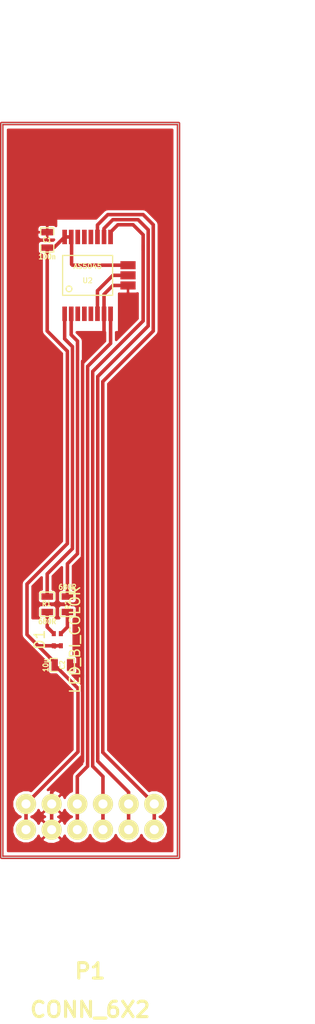
<source format=kicad_pcb>
(kicad_pcb (version 3) (host pcbnew "(2014-01-25 BZR 4633)-product")

  (general
    (links 26)
    (no_connects 0)
    (area 142.449999 47.449999 160.050001 120.050001)
    (thickness 1.6)
    (drawings 6)
    (tracks 145)
    (zones 0)
    (modules 8)
    (nets 18)
  )

  (page A4)
  (layers
    (15 F.Cu signal)
    (0 B.Cu signal)
    (16 B.Adhes user)
    (17 F.Adhes user)
    (18 B.Paste user)
    (19 F.Paste user)
    (20 B.SilkS user)
    (21 F.SilkS user)
    (22 B.Mask user)
    (23 F.Mask user)
    (24 Dwgs.User user)
    (25 Cmts.User user)
    (26 Eco1.User user)
    (27 Eco2.User user)
    (28 Edge.Cuts user)
  )

  (setup
    (last_trace_width 0.35)
    (trace_clearance 0.1)
    (zone_clearance 0.254)
    (zone_45_only no)
    (trace_min 0.254)
    (segment_width 0.2)
    (edge_width 0.1)
    (via_size 0.889)
    (via_drill 0.635)
    (via_min_size 0.889)
    (via_min_drill 0.508)
    (uvia_size 0.508)
    (uvia_drill 0.127)
    (uvias_allowed no)
    (uvia_min_size 0.508)
    (uvia_min_drill 0.127)
    (pcb_text_width 0.3)
    (pcb_text_size 1.5 1.5)
    (mod_edge_width 0.15)
    (mod_text_size 1 1)
    (mod_text_width 0.15)
    (pad_size 0.46 1.43)
    (pad_drill 0)
    (pad_to_mask_clearance 0)
    (aux_axis_origin 0 0)
    (visible_elements FFFFFF7F)
    (pcbplotparams
      (layerselection 32768)
      (usegerberextensions false)
      (excludeedgelayer true)
      (linewidth 0.150000)
      (plotframeref false)
      (viasonmask false)
      (mode 1)
      (useauxorigin false)
      (hpglpennumber 1)
      (hpglpenspeed 20)
      (hpglpendiameter 15)
      (hpglpenoverlay 2)
      (psnegative false)
      (psa4output false)
      (plotreference true)
      (plotvalue true)
      (plotothertext true)
      (plotinvisibletext false)
      (padsonsilk false)
      (subtractmaskfromsilk false)
      (outputformat 2)
      (mirror false)
      (drillshape 1)
      (scaleselection 1)
      (outputdirectory /home/darthrake/Projects/acrobot/as5045-breakout/))
  )

  (net 0 "")
  (net 1 CLK)
  (net 2 CSn)
  (net 3 DO)
  (net 4 GND)
  (net 5 "Net-(D1-Pad2)")
  (net 6 "Net-(D1-Pad4)")
  (net 7 "Net-(R1-Pad2)")
  (net 8 "Net-(R2-Pad1)")
  (net 9 "Net-(U1-Pad2)")
  (net 10 "Net-(U2-Pad12)")
  (net 11 "Net-(U2-Pad13)")
  (net 12 "Net-(U2-Pad14)")
  (net 13 "Net-(U2-Pad3)")
  (net 14 "Net-(U2-Pad4)")
  (net 15 "Net-(U2-Pad5)")
  (net 16 PROG)
  (net 17 VCC)

  (net_class Default "This is the default net class."
    (clearance 0.1)
    (trace_width 0.35)
    (via_dia 0.889)
    (via_drill 0.635)
    (uvia_dia 0.508)
    (uvia_drill 0.127)
    (add_net "")
    (add_net CLK)
    (add_net CSn)
    (add_net DO)
    (add_net GND)
    (add_net "Net-(D1-Pad2)")
    (add_net "Net-(D1-Pad4)")
    (add_net "Net-(R1-Pad2)")
    (add_net "Net-(R2-Pad1)")
    (add_net "Net-(U1-Pad2)")
    (add_net "Net-(U2-Pad12)")
    (add_net "Net-(U2-Pad13)")
    (add_net "Net-(U2-Pad14)")
    (add_net "Net-(U2-Pad3)")
    (add_net "Net-(U2-Pad4)")
    (add_net "Net-(U2-Pad5)")
    (add_net PROG)
    (add_net VCC)
  )

  (module SMD_Packages:SM0603_Capa (layer F.Cu) (tedit 530FD2B2) (tstamp 530FD2D6)
    (at 147 59 90)
    (path /530FF0AC)
    (attr smd)
    (fp_text reference C1 (at 0 0 180) (layer F.SilkS)
      (effects (font (size 0.508 0.4572) (thickness 0.1143)))
    )
    (fp_text value 100n (at -1.651 0 180) (layer F.SilkS)
      (effects (font (size 0.508 0.4572) (thickness 0.1143)))
    )
    (fp_line (start 0.50038 0.65024) (end 1.19888 0.65024) (layer F.SilkS) (width 0.11938))
    (fp_line (start -0.50038 0.65024) (end -1.19888 0.65024) (layer F.SilkS) (width 0.11938))
    (fp_line (start 0.50038 -0.65024) (end 1.19888 -0.65024) (layer F.SilkS) (width 0.11938))
    (fp_line (start -1.19888 -0.65024) (end -0.50038 -0.65024) (layer F.SilkS) (width 0.11938))
    (fp_line (start 1.19888 -0.635) (end 1.19888 0.635) (layer F.SilkS) (width 0.11938))
    (fp_line (start -1.19888 0.635) (end -1.19888 -0.635) (layer F.SilkS) (width 0.11938))
    (pad 1 smd rect (at -0.762 0 90) (size 0.635 1.143) (layers F.Cu F.Paste F.Mask)
      (net 17 VCC))
    (pad 2 smd rect (at 0.762 0 90) (size 0.635 1.143) (layers F.Cu F.Paste F.Mask)
      (net 4 GND))
    (model smd\capacitors\C0603.wrl
      (at (xyz 0 0 0.001))
      (scale (xyz 0.5 0.5 0.5))
      (rotate (xyz 0 0 0))
    )
  )

  (module SMD_Packages:SM0603_Capa (layer F.Cu) (tedit 530FD2B2) (tstamp 530FD2E2)
    (at 148.5 101)
    (path /530FF0C0)
    (attr smd)
    (fp_text reference C2 (at 0 0 90) (layer F.SilkS)
      (effects (font (size 0.508 0.4572) (thickness 0.1143)))
    )
    (fp_text value 10µ (at -1.651 0 90) (layer F.SilkS)
      (effects (font (size 0.508 0.4572) (thickness 0.1143)))
    )
    (fp_line (start 0.50038 0.65024) (end 1.19888 0.65024) (layer F.SilkS) (width 0.11938))
    (fp_line (start -0.50038 0.65024) (end -1.19888 0.65024) (layer F.SilkS) (width 0.11938))
    (fp_line (start 0.50038 -0.65024) (end 1.19888 -0.65024) (layer F.SilkS) (width 0.11938))
    (fp_line (start -1.19888 -0.65024) (end -0.50038 -0.65024) (layer F.SilkS) (width 0.11938))
    (fp_line (start 1.19888 -0.635) (end 1.19888 0.635) (layer F.SilkS) (width 0.11938))
    (fp_line (start -1.19888 0.635) (end -1.19888 -0.635) (layer F.SilkS) (width 0.11938))
    (pad 1 smd rect (at -0.762 0) (size 0.635 1.143) (layers F.Cu F.Paste F.Mask)
      (net 17 VCC))
    (pad 2 smd rect (at 0.762 0) (size 0.635 1.143) (layers F.Cu F.Paste F.Mask)
      (net 4 GND))
    (model smd\capacitors\C0603.wrl
      (at (xyz 0 0 0.001))
      (scale (xyz 0.5 0.5 0.5))
      (rotate (xyz 0 0 0))
    )
  )

  (module SMD_Packages:SM0603_Resistor (layer F.Cu) (tedit 530FD2B2) (tstamp 530FD2EE)
    (at 147 95 90)
    (path /530FF110)
    (attr smd)
    (fp_text reference R1 (at 0.0635 -0.0635 180) (layer F.SilkS)
      (effects (font (size 0.50038 0.4572) (thickness 0.1143)))
    )
    (fp_text value 680R (at -1.69926 0 180) (layer F.SilkS)
      (effects (font (size 0.508 0.4572) (thickness 0.1143)))
    )
    (fp_line (start -0.50038 -0.6985) (end -1.2065 -0.6985) (layer F.SilkS) (width 0.127))
    (fp_line (start -1.2065 -0.6985) (end -1.2065 0.6985) (layer F.SilkS) (width 0.127))
    (fp_line (start -1.2065 0.6985) (end -0.50038 0.6985) (layer F.SilkS) (width 0.127))
    (fp_line (start 1.2065 -0.6985) (end 0.50038 -0.6985) (layer F.SilkS) (width 0.127))
    (fp_line (start 1.2065 -0.6985) (end 1.2065 0.6985) (layer F.SilkS) (width 0.127))
    (fp_line (start 1.2065 0.6985) (end 0.50038 0.6985) (layer F.SilkS) (width 0.127))
    (pad 1 smd rect (at -0.762 0 90) (size 0.635 1.143) (layers F.Cu F.Paste F.Mask)
      (net 5 "Net-(D1-Pad2)"))
    (pad 2 smd rect (at 0.762 0 90) (size 0.635 1.143) (layers F.Cu F.Paste F.Mask)
      (net 7 "Net-(R1-Pad2)"))
    (model smd\resistors\R0603.wrl
      (at (xyz 0 0 0.001))
      (scale (xyz 0.5 0.5 0.5))
      (rotate (xyz 0 0 0))
    )
  )

  (module SMD_Packages:SM0603_Resistor (layer F.Cu) (tedit 530FD96C) (tstamp 530FD2FA)
    (at 149 95 270)
    (path /530FF0D4)
    (attr smd)
    (fp_text reference R2 (at 0.0635 -0.0635 450) (layer F.SilkS)
      (effects (font (size 0.50038 0.4572) (thickness 0.1143)))
    )
    (fp_text value 680R (at -1.69926 0 360) (layer F.SilkS)
      (effects (font (size 0.508 0.4572) (thickness 0.1143)))
    )
    (fp_line (start -0.50038 -0.6985) (end -1.2065 -0.6985) (layer F.SilkS) (width 0.127))
    (fp_line (start -1.2065 -0.6985) (end -1.2065 0.6985) (layer F.SilkS) (width 0.127))
    (fp_line (start -1.2065 0.6985) (end -0.50038 0.6985) (layer F.SilkS) (width 0.127))
    (fp_line (start 1.2065 -0.6985) (end 0.50038 -0.6985) (layer F.SilkS) (width 0.127))
    (fp_line (start 1.2065 -0.6985) (end 1.2065 0.6985) (layer F.SilkS) (width 0.127))
    (fp_line (start 1.2065 0.6985) (end 0.50038 0.6985) (layer F.SilkS) (width 0.127))
    (pad 1 smd rect (at -0.762 0 270) (size 0.635 1.143) (layers F.Cu F.Paste F.Mask)
      (net 8 "Net-(R2-Pad1)"))
    (pad 2 smd rect (at 0.762 0 270) (size 0.635 1.143) (layers F.Cu F.Paste F.Mask)
      (net 6 "Net-(D1-Pad4)"))
    (model smd\resistors\R0603.wrl
      (at (xyz 0 0 0.001))
      (scale (xyz 0.5 0.5 0.5))
      (rotate (xyz 0 0 0))
    )
  )

  (module owncomp:SOLDERSW_3 (layer F.Cu) (tedit 50491E09) (tstamp 530FD301)
    (at 155 62.5 270)
    (path /530FF08E)
    (fp_text reference U1 (at 1.00076 4.0005 270) (layer F.SilkS) hide
      (effects (font (thickness 0.3048)))
    )
    (fp_text value JMP_3 (at 1.00076 7.00024 270) (layer F.SilkS) hide
      (effects (font (thickness 0.3048)))
    )
    (pad 1 smd rect (at -1.00076 0 270) (size 0.8001 1.50114) (layers F.Cu F.Paste F.Mask)
      (net 17 VCC))
    (pad 2 smd rect (at 0 0 270) (size 0.8001 1.50114) (layers F.Cu F.Paste F.Mask)
      (net 9 "Net-(U1-Pad2)"))
    (pad 3 smd rect (at 1.00076 0 270) (size 0.8001 1.50114) (layers F.Cu F.Paste F.Mask)
      (net 4 GND))
  )

  (module owncomp:LED_BI_COLOR (layer F.Cu) (tedit 530FD64C) (tstamp 530FDE0B)
    (at 148 98.5 270)
    (path /530FFA5D)
    (fp_text reference D1 (at 0 1.75 270) (layer F.SilkS)
      (effects (font (size 1 1) (thickness 0.15)))
    )
    (fp_text value LED_BI_COLOR (at 0 -1.75 270) (layer F.SilkS)
      (effects (font (size 1 1) (thickness 0.15)))
    )
    (pad 3 smd rect (at 0.6 -0.35 270) (size 0.5 0.4) (layers F.Cu F.Paste F.Mask)
      (net 17 VCC))
    (pad 4 smd rect (at -0.6 -0.35 270) (size 0.5 0.4) (layers F.Cu F.Paste F.Mask)
      (net 6 "Net-(D1-Pad4)"))
    (pad 2 smd rect (at -0.6 0.35 270) (size 0.5 0.4) (layers F.Cu F.Paste F.Mask)
      (net 5 "Net-(D1-Pad2)"))
    (pad 1 smd rect (at 0.6 0.35 270) (size 0.5 0.4) (layers F.Cu F.Paste F.Mask)
      (net 17 VCC))
  )

  (module owncomp:CONN_6x2 (layer F.Cu) (tedit 53110016) (tstamp 5311059B)
    (at 151.25 116)
    (path /530FF1AB)
    (fp_text reference P1 (at 0 15.24) (layer F.SilkS)
      (effects (font (thickness 0.3048)))
    )
    (fp_text value CONN_6X2 (at 0 19.05) (layer F.SilkS)
      (effects (font (thickness 0.3048)))
    )
    (pad 1 thru_hole circle (at -6.35 -1.27) (size 2 2) (drill 0.9) (layers *.Cu *.Mask F.SilkS)
      (net 17 VCC))
    (pad 2 thru_hole circle (at -6.35 1.27) (size 2 2) (drill 0.9) (layers *.Cu *.Mask F.SilkS)
      (net 17 VCC))
    (pad 3 thru_hole circle (at -3.81 -1.27) (size 2 2) (drill 0.9) (layers *.Cu *.Mask F.SilkS)
      (net 4 GND))
    (pad 4 thru_hole circle (at -3.81 1.27) (size 2 2) (drill 0.9) (layers *.Cu *.Mask F.SilkS)
      (net 4 GND))
    (pad 5 thru_hole circle (at -1.27 -1.27) (size 2 2) (drill 0.9) (layers *.Cu *.Mask F.SilkS)
      (net 16 PROG))
    (pad 6 thru_hole circle (at -1.27 1.27) (size 2 2) (drill 0.9) (layers *.Cu *.Mask F.SilkS)
      (net 16 PROG))
    (pad 7 thru_hole circle (at 1.27 -1.27) (size 2 2) (drill 0.9) (layers *.Cu *.Mask F.SilkS)
      (net 3 DO))
    (pad 8 thru_hole circle (at 1.27 1.27) (size 2 2) (drill 0.9) (layers *.Cu *.Mask F.SilkS)
      (net 3 DO))
    (pad 9 thru_hole circle (at 3.81 -1.27) (size 2 2) (drill 0.9) (layers *.Cu *.Mask F.SilkS)
      (net 1 CLK))
    (pad 10 thru_hole circle (at 3.81 1.27) (size 2 2) (drill 0.9) (layers *.Cu *.Mask F.SilkS)
      (net 1 CLK))
    (pad 11 thru_hole circle (at 6.35 -1.27) (size 2 2) (drill 0.9) (layers *.Cu *.Mask F.SilkS)
      (net 2 CSn))
    (pad 12 thru_hole circle (at 6.35 1.27) (size 2 2) (drill 0.9) (layers *.Cu *.Mask F.SilkS)
      (net 2 CSn))
  )

  (module owncomp:SSOP-16_AS5045 (layer F.Cu) (tedit 531255A3) (tstamp 531257D7)
    (at 151.0011 62.5036)
    (descr SSOP-16)
    (tags SSOP)
    (path /530FF07A)
    (attr smd)
    (fp_text reference U2 (at 0 0.508) (layer F.SilkS)
      (effects (font (size 0.50038 0.50038) (thickness 0.09906)))
    )
    (fp_text value AS5045 (at 0 -0.89916) (layer F.SilkS)
      (effects (font (size 0.50038 0.50038) (thickness 0.09906)))
    )
    (fp_line (start -2.4765 1.9685) (end 2.4765 1.9685) (layer F.SilkS) (width 0.127))
    (fp_line (start 2.4765 1.9685) (end 2.4765 -1.9685) (layer F.SilkS) (width 0.127))
    (fp_line (start 2.4765 -1.9685) (end -2.4765 -1.9685) (layer F.SilkS) (width 0.127))
    (fp_line (start -2.4765 -1.9685) (end -2.4765 1.9685) (layer F.SilkS) (width 0.127))
    (fp_circle (center -1.8415 1.3335) (end -1.9685 1.5875) (layer F.SilkS) (width 0.127))
    (pad 4 smd rect (at -0.325 3.795) (size 0.46 1.43) (layers F.Cu F.Paste F.Mask)
      (net 14 "Net-(U2-Pad4)"))
    (pad 5 smd rect (at 0.325 3.795) (size 0.46 1.43) (layers F.Cu F.Paste F.Mask)
      (net 15 "Net-(U2-Pad5)"))
    (pad 6 smd rect (at 0.975 3.795) (size 0.46 1.43) (layers F.Cu F.Paste F.Mask)
      (net 9 "Net-(U1-Pad2)"))
    (pad 7 smd rect (at 1.625 3.795) (size 0.46 1.43) (layers F.Cu F.Paste F.Mask)
      (net 4 GND))
    (pad 16 smd rect (at -2.275 -3.795) (size 0.46 1.43) (layers F.Cu F.Paste F.Mask)
      (net 17 VCC))
    (pad 1 smd rect (at -2.275 3.795) (size 0.46 1.43) (layers F.Cu F.Paste F.Mask)
      (net 7 "Net-(R1-Pad2)"))
    (pad 2 smd rect (at -1.625 3.795) (size 0.46 1.43) (layers F.Cu F.Paste F.Mask)
      (net 8 "Net-(R2-Pad1)"))
    (pad 3 smd rect (at -0.975 3.795) (size 0.46 1.43) (layers F.Cu F.Paste F.Mask)
      (net 13 "Net-(U2-Pad3)"))
    (pad 9 smd rect (at 2.275 -3.795) (size 0.46 1.43) (layers F.Cu F.Paste F.Mask)
      (net 3 DO))
    (pad 10 smd rect (at 1.625 -3.795) (size 0.46 1.43) (layers F.Cu F.Paste F.Mask)
      (net 1 CLK))
    (pad 11 smd rect (at 0.975 -3.795) (size 0.46 1.43) (layers F.Cu F.Paste F.Mask)
      (net 2 CSn))
    (pad 12 smd rect (at 0.325 -3.795) (size 0.46 1.43) (layers F.Cu F.Paste F.Mask)
      (net 10 "Net-(U2-Pad12)"))
    (pad 13 smd rect (at -0.325 -3.795) (size 0.46 1.43) (layers F.Cu F.Paste F.Mask)
      (net 11 "Net-(U2-Pad13)"))
    (pad 14 smd rect (at -0.975 -3.795) (size 0.46 1.43) (layers F.Cu F.Paste F.Mask)
      (net 12 "Net-(U2-Pad14)"))
    (pad 8 smd rect (at 2.275 3.795) (size 0.46 1.43) (layers F.Cu F.Paste F.Mask)
      (net 16 PROG))
    (pad 15 smd rect (at -1.625 -3.795) (size 0.46 1.43) (layers F.Cu F.Paste F.Mask)
      (net 17 VCC))
    (model smd/smd_dil/ssop-16.wrl
      (at (xyz 0 0 0))
      (scale (xyz 1 1 1))
      (rotate (xyz 0 0 0))
    )
  )

  (dimension 17.5 (width 0.3) (layer Dwgs.User)
    (gr_text "17.500 mm" (at 151.25 37.15) (layer Dwgs.User)
      (effects (font (size 1.5 1.5) (thickness 0.3)))
    )
    (feature1 (pts (xy 160 45.5) (xy 160 35.8)))
    (feature2 (pts (xy 142.5 45.5) (xy 142.5 35.8)))
    (crossbar (pts (xy 142.5 38.5) (xy 160 38.5)))
    (arrow1a (pts (xy 160 38.5) (xy 158.873496 39.086421)))
    (arrow1b (pts (xy 160 38.5) (xy 158.873496 37.913579)))
    (arrow2a (pts (xy 142.5 38.5) (xy 143.626504 39.086421)))
    (arrow2b (pts (xy 142.5 38.5) (xy 143.626504 37.913579)))
  )
  (dimension 72.5 (width 0.3) (layer Dwgs.User)
    (gr_text "72.500 mm" (at 170.85 83.75 90) (layer Dwgs.User)
      (effects (font (size 1.5 1.5) (thickness 0.3)))
    )
    (feature1 (pts (xy 162 47.5) (xy 172.2 47.5)))
    (feature2 (pts (xy 162 120) (xy 172.2 120)))
    (crossbar (pts (xy 169.5 120) (xy 169.5 47.5)))
    (arrow1a (pts (xy 169.5 47.5) (xy 170.086421 48.626504)))
    (arrow1b (pts (xy 169.5 47.5) (xy 168.913579 48.626504)))
    (arrow2a (pts (xy 169.5 120) (xy 170.086421 118.873496)))
    (arrow2b (pts (xy 169.5 120) (xy 168.913579 118.873496)))
  )
  (gr_line (start 142.5 47.5) (end 142.5 120) (angle 90) (layer Edge.Cuts) (width 0.1))
  (gr_line (start 160 47.5) (end 142.5 47.5) (angle 90) (layer Edge.Cuts) (width 0.1))
  (gr_line (start 160 120) (end 160 47.5) (angle 90) (layer Edge.Cuts) (width 0.1))
  (gr_line (start 142.5 120) (end 160 120) (angle 90) (layer Edge.Cuts) (width 0.1))

  (segment (start 142.5 47.5) (end 142.5 120) (width 0.35) (layer F.Cu) (net 0))
  (segment (start 160 47.5) (end 142.5 47.5) (width 0.35) (layer F.Cu) (net 0) (tstamp 5311212E))
  (segment (start 160 120) (end 160 47.5) (width 0.35) (layer F.Cu) (net 0) (tstamp 5311212A))
  (segment (start 142.5 120) (end 160 120) (width 0.35) (layer F.Cu) (net 0) (tstamp 53112122))
  (segment (start 152.6261 58.7086) (end 152.6261 57.8739) (width 0.35) (layer F.Cu) (net 1))
  (segment (start 152.6261 57.8739) (end 153 57.5) (width 0.35) (layer F.Cu) (net 1) (tstamp 5312584B))
  (segment (start 157 59.5) (end 157 58) (width 0.35) (layer F.Cu) (net 1))
  (segment (start 153.5 57) (end 153 57.5) (width 0.35) (layer F.Cu) (net 1) (tstamp 53125839))
  (segment (start 156 57) (end 153.5 57) (width 0.35) (layer F.Cu) (net 1) (tstamp 53125838))
  (segment (start 157 58) (end 156 57) (width 0.35) (layer F.Cu) (net 1) (tstamp 53125837))
  (segment (start 157 59.5) (end 157 67.5) (width 0.35) (layer F.Cu) (net 1) (tstamp 53125835))
  (segment (start 155.06 114.73) (end 155.06 117.27) (width 0.35) (layer F.Cu) (net 1))
  (segment (start 152 110) (end 152 110.5) (width 0.35) (layer F.Cu) (net 1))
  (segment (start 154.5 70) (end 152 72.5) (width 0.35) (layer F.Cu) (net 1))
  (segment (start 154.5 70) (end 157 67.5) (width 0.35) (layer F.Cu) (net 1))
  (segment (start 152 72.5) (end 152 73) (width 0.35) (layer F.Cu) (net 1) (tstamp 531105CF))
  (segment (start 152 110) (end 152 73) (width 0.35) (layer F.Cu) (net 1))
  (segment (start 155.06 113.56) (end 155.06 114.73) (width 0.35) (layer F.Cu) (net 1) (tstamp 5311147E))
  (segment (start 152 110.5) (end 155.06 113.56) (width 0.35) (layer F.Cu) (net 1) (tstamp 5311147C))
  (segment (start 157.5 58.5) (end 157.5 57.5) (width 0.35) (layer F.Cu) (net 2))
  (segment (start 151.9761 57.5239) (end 151.9761 58.7086) (width 0.35) (layer F.Cu) (net 2) (tstamp 5312582F))
  (segment (start 153 56.5) (end 151.9761 57.5239) (width 0.35) (layer F.Cu) (net 2) (tstamp 5312582E))
  (segment (start 156.5 56.5) (end 153 56.5) (width 0.35) (layer F.Cu) (net 2) (tstamp 5312582D))
  (segment (start 157.5 57.5) (end 156.5 56.5) (width 0.35) (layer F.Cu) (net 2) (tstamp 5312582C))
  (segment (start 157.5 68) (end 157.5 58.5) (width 0.35) (layer F.Cu) (net 2))
  (segment (start 157.6 114.73) (end 157.6 117.27) (width 0.35) (layer F.Cu) (net 2))
  (segment (start 152.5 109.5) (end 152.5 109.63) (width 0.35) (layer F.Cu) (net 2))
  (segment (start 152.5 109.63) (end 157.6 114.73) (width 0.35) (layer F.Cu) (net 2) (tstamp 531114AA))
  (segment (start 152.5 73) (end 155 70.5) (width 0.35) (layer F.Cu) (net 2))
  (segment (start 155 70.5) (end 157.5 68) (width 0.35) (layer F.Cu) (net 2))
  (segment (start 152.5 109.5) (end 152.5 73) (width 0.35) (layer F.Cu) (net 2) (tstamp 531114A8))
  (segment (start 156.5 60) (end 156.5 58.5) (width 0.35) (layer F.Cu) (net 3))
  (segment (start 153.2761 58.2239) (end 153.2761 58.7086) (width 0.35) (layer F.Cu) (net 3) (tstamp 53125841))
  (segment (start 154 57.5) (end 153.2761 58.2239) (width 0.35) (layer F.Cu) (net 3) (tstamp 53125840))
  (segment (start 155.5 57.5) (end 154 57.5) (width 0.35) (layer F.Cu) (net 3) (tstamp 5312583F))
  (segment (start 156.5 58.5) (end 155.5 57.5) (width 0.35) (layer F.Cu) (net 3) (tstamp 5312583E))
  (segment (start 156.5 59.5) (end 156.5 60) (width 0.35) (layer F.Cu) (net 3))
  (segment (start 156.5 60) (end 156.5 67) (width 0.35) (layer F.Cu) (net 3) (tstamp 5312583C))
  (segment (start 152.52 114.73) (end 152.52 117.27) (width 0.35) (layer F.Cu) (net 3))
  (segment (start 151.5 109.5) (end 151.5 111) (width 0.35) (layer F.Cu) (net 3))
  (segment (start 152.52 112.02) (end 152.52 114.73) (width 0.35) (layer F.Cu) (net 3) (tstamp 5311148B))
  (segment (start 151.5 111) (end 152.52 112.02) (width 0.35) (layer F.Cu) (net 3) (tstamp 53111487))
  (segment (start 151.5 73) (end 151.5 109.5) (width 0.35) (layer F.Cu) (net 3))
  (segment (start 151.5 109.5) (end 151.5 109.908004) (width 0.35) (layer F.Cu) (net 3) (tstamp 53111485))
  (segment (start 151.5 72) (end 151.5 73) (width 0.35) (layer F.Cu) (net 3) (tstamp 531105CC))
  (segment (start 156.5 67) (end 154 69.5) (width 0.35) (layer F.Cu) (net 3) (tstamp 531114E8))
  (segment (start 153.2236 58.2764) (end 153.5 58) (width 0.35) (layer F.Cu) (net 3) (tstamp 530FDF6B))
  (segment (start 154 69.5) (end 151.5 72) (width 0.35) (layer F.Cu) (net 3))
  (segment (start 155 63.50076) (end 154.99924 63.5) (width 0.35) (layer F.Cu) (net 4))
  (segment (start 152.6261 64.3739) (end 152.6261 66.2986) (width 0.35) (layer F.Cu) (net 4) (tstamp 53125816))
  (segment (start 153.5 63.5) (end 152.6261 64.3739) (width 0.35) (layer F.Cu) (net 4) (tstamp 53125815))
  (segment (start 154.99924 63.5) (end 153.5 63.5) (width 0.35) (layer F.Cu) (net 4) (tstamp 53125814))
  (segment (start 152.5 69) (end 152.6261 68.8739) (width 0.35) (layer F.Cu) (net 4))
  (segment (start 152.6261 68.8739) (end 152.6261 66.2986) (width 0.35) (layer F.Cu) (net 4) (tstamp 531257FD))
  (segment (start 147.44 114.73) (end 147.44 117.27) (width 0.35) (layer F.Cu) (net 4))
  (segment (start 150.5 110) (end 150.5 110.5) (width 0.35) (layer F.Cu) (net 4))
  (segment (start 150.5 102) (end 150.5 110) (width 0.35) (layer F.Cu) (net 4))
  (segment (start 147.44 113.56) (end 147.44 114.73) (width 0.35) (layer F.Cu) (net 4) (tstamp 5311149D))
  (segment (start 150.5 110.5) (end 147.44 113.56) (width 0.35) (layer F.Cu) (net 4) (tstamp 53111499))
  (segment (start 150.5 101.3) (end 150.2 101) (width 0.35) (layer F.Cu) (net 4))
  (segment (start 150.2 101) (end 150.5 101) (width 0.35) (layer F.Cu) (net 4) (tstamp 5311102C))
  (segment (start 150.5 100.7) (end 150.2 101) (width 0.35) (layer F.Cu) (net 4))
  (segment (start 150.2 101) (end 150.3 100.9) (width 0.35) (layer F.Cu) (net 4) (tstamp 5311100C))
  (segment (start 150.3 100.9) (end 150.3 101) (width 0.35) (layer F.Cu) (net 4) (tstamp 5311100E))
  (segment (start 149.262 101) (end 150 101) (width 0.35) (layer F.Cu) (net 4))
  (segment (start 150 101) (end 150.3 101) (width 0.35) (layer F.Cu) (net 4) (tstamp 53110FF5))
  (segment (start 150.3 101) (end 150.5 101) (width 0.35) (layer F.Cu) (net 4) (tstamp 5311100F))
  (segment (start 150.5 102.238) (end 150.5 102) (width 0.35) (layer F.Cu) (net 4) (tstamp 53110FEC))
  (segment (start 150.5 102) (end 150.5 101.5) (width 0.35) (layer F.Cu) (net 4) (tstamp 53110FF1))
  (segment (start 150.5 101.5) (end 150.5 101.3) (width 0.35) (layer F.Cu) (net 4) (tstamp 53111000))
  (segment (start 150.5 101.3) (end 150.5 101) (width 0.35) (layer F.Cu) (net 4) (tstamp 5311102A))
  (segment (start 150.5 101) (end 150.5 100.7) (width 0.35) (layer F.Cu) (net 4) (tstamp 53110FFA))
  (segment (start 152.5 69) (end 150.5 71) (width 0.35) (layer F.Cu) (net 4) (tstamp 531257FB))
  (segment (start 150.5 71) (end 150.5 73) (width 0.35) (layer F.Cu) (net 4) (tstamp 531105DB))
  (segment (start 150.5 100.7) (end 150.5 100.5) (width 0.35) (layer F.Cu) (net 4) (tstamp 5311100A))
  (segment (start 150.5 73) (end 150.5 90.5) (width 0.35) (layer F.Cu) (net 4))
  (segment (start 150.5 100.5) (end 150.5 90.5) (width 0.35) (layer F.Cu) (net 4) (tstamp 53110FA5))
  (segment (start 147 97.25) (end 147.65 97.9) (width 0.35) (layer F.Cu) (net 5) (tstamp 530FE317))
  (segment (start 147 95.762) (end 147 97.25) (width 0.35) (layer F.Cu) (net 5))
  (segment (start 149 97.25) (end 149 95.762) (width 0.35) (layer F.Cu) (net 6) (tstamp 530FE31A))
  (segment (start 148.35 97.9) (end 149 97.25) (width 0.35) (layer F.Cu) (net 6))
  (segment (start 148.977001 69.022999) (end 148.7261 68.772098) (width 0.35) (layer F.Cu) (net 7))
  (segment (start 148.7261 68.772098) (end 148.7261 66.2986) (width 0.35) (layer F.Cu) (net 7) (tstamp 5312580A))
  (segment (start 149.5 69.545998) (end 149.5 70) (width 0.35) (layer F.Cu) (net 7) (tstamp 5311139B))
  (segment (start 148.7786 68.824598) (end 148.977001 69.022999) (width 0.35) (layer F.Cu) (net 7))
  (segment (start 148.977001 69.022999) (end 149.5 69.545998) (width 0.35) (layer F.Cu) (net 7) (tstamp 53125808))
  (segment (start 149.5 70) (end 149.5 89.5) (width 0.35) (layer F.Cu) (net 7))
  (segment (start 149.5 89.5) (end 148.5 90.5) (width 0.35) (layer F.Cu) (net 7))
  (segment (start 147 92) (end 148.5 90.5) (width 0.35) (layer F.Cu) (net 7) (tstamp 53110F8D))
  (segment (start 147 92) (end 147 94.238) (width 0.35) (layer F.Cu) (net 7))
  (segment (start 149.5 68.5) (end 149.3761 68.3761) (width 0.35) (layer F.Cu) (net 8))
  (segment (start 149.3761 68.3761) (end 149.3761 66.2986) (width 0.35) (layer F.Cu) (net 8) (tstamp 53125805))
  (segment (start 149 91) (end 149 94.238) (width 0.35) (layer F.Cu) (net 8))
  (segment (start 149 91) (end 150 90) (width 0.35) (layer F.Cu) (net 8))
  (segment (start 150 70) (end 150 73) (width 0.35) (layer F.Cu) (net 8) (tstamp 53110DCD))
  (segment (start 150 69) (end 150 70) (width 0.35) (layer F.Cu) (net 8) (tstamp 53110DEC))
  (segment (start 150 90) (end 150 73) (width 0.35) (layer F.Cu) (net 8) (tstamp 53110E26))
  (segment (start 149.4136 68.4136) (end 149.5 68.5) (width 0.35) (layer F.Cu) (net 8) (tstamp 53110DE7))
  (segment (start 149.5 68.5) (end 150 69) (width 0.35) (layer F.Cu) (net 8) (tstamp 53125803))
  (segment (start 155 62.5) (end 153.5 62.5) (width 0.35) (layer F.Cu) (net 9))
  (segment (start 151.9761 64.0239) (end 151.9761 66.2986) (width 0.35) (layer F.Cu) (net 9) (tstamp 5312581D))
  (segment (start 153.5 62.5) (end 151.9761 64.0239) (width 0.35) (layer F.Cu) (net 9) (tstamp 5312581C))
  (segment (start 153.2236 69.2764) (end 153.2761 69.2239) (width 0.35) (layer F.Cu) (net 16))
  (segment (start 153.2761 69.2239) (end 153.2761 66.2986) (width 0.35) (layer F.Cu) (net 16) (tstamp 53125800))
  (segment (start 149.98 114.73) (end 149.98 117.27) (width 0.35) (layer F.Cu) (net 16))
  (segment (start 151 109.954002) (end 151 111) (width 0.35) (layer F.Cu) (net 16))
  (segment (start 151 73) (end 151 91) (width 0.35) (layer F.Cu) (net 16))
  (segment (start 151 71.5) (end 151 73) (width 0.35) (layer F.Cu) (net 16) (tstamp 531105BE))
  (segment (start 153.2236 69.2764) (end 151 71.5) (width 0.35) (layer F.Cu) (net 16))
  (segment (start 151 91) (end 151 109.954002) (width 0.35) (layer F.Cu) (net 16))
  (segment (start 149.98 112.02) (end 149.98 114.73) (width 0.35) (layer F.Cu) (net 16) (tstamp 53111495))
  (segment (start 151 111) (end 149.98 112.02) (width 0.35) (layer F.Cu) (net 16) (tstamp 53111494))
  (segment (start 147 59.762) (end 147 68) (width 0.35) (layer F.Cu) (net 17) (status 400000))
  (segment (start 149 70) (end 149 71) (width 0.35) (layer F.Cu) (net 17) (tstamp 5312588B))
  (segment (start 147 68) (end 149 70) (width 0.35) (layer F.Cu) (net 17) (tstamp 53125889))
  (segment (start 149 89) (end 149 71) (width 0.35) (layer F.Cu) (net 17))
  (segment (start 149 88.950002) (end 149 89) (width 0.35) (layer F.Cu) (net 17))
  (segment (start 149 89) (end 145 93) (width 0.35) (layer F.Cu) (net 17) (tstamp 53125876))
  (segment (start 149 87.5) (end 149 88.950002) (width 0.35) (layer F.Cu) (net 17) (tstamp 5312586D))
  (segment (start 145 93) (end 145 94) (width 0.35) (layer F.Cu) (net 17) (tstamp 53125879))
  (segment (start 149 88.950002) (end 149 88.950002) (width 0.35) (layer F.Cu) (net 17) (tstamp 5312586E))
  (segment (start 147 59.738) (end 147.6967 59.738) (width 0.35) (layer F.Cu) (net 17))
  (segment (start 147.6967 59.738) (end 148.7261 58.7086) (width 0.35) (layer F.Cu) (net 17) (tstamp 53125827))
  (segment (start 149.4136 60) (end 149.4136 58.7461) (width 0.35) (layer F.Cu) (net 17))
  (segment (start 149.4136 58.7461) (end 149.3761 58.7086) (width 0.35) (layer F.Cu) (net 17) (tstamp 53125823))
  (segment (start 149.3761 58.7086) (end 148.7261 58.7086) (width 0.35) (layer F.Cu) (net 17) (tstamp 53125824))
  (segment (start 145.5 98.5) (end 146.1 99.1) (width 0.35) (layer F.Cu) (net 17))
  (segment (start 146.1 99.1) (end 147.65 99.1) (width 0.35) (layer F.Cu) (net 17) (tstamp 53125330))
  (segment (start 147.65 99.1) (end 148.35 99.1) (width 0.35) (layer F.Cu) (net 17))
  (segment (start 147.65 99.1) (end 147.762 99.212) (width 0.35) (layer F.Cu) (net 17))
  (segment (start 144.9 114.73) (end 144.9 117.27) (width 0.35) (layer F.Cu) (net 17))
  (segment (start 150.045998 109.5) (end 150.045998 109.584002) (width 0.35) (layer F.Cu) (net 17))
  (segment (start 150.045998 109.584002) (end 144.9 114.73) (width 0.35) (layer F.Cu) (net 17) (tstamp 531114BB))
  (segment (start 147.738 101) (end 150.045998 103.307998) (width 0.35) (layer F.Cu) (net 17))
  (segment (start 150.045998 103.307998) (end 150.045998 109.5) (width 0.35) (layer F.Cu) (net 17) (tstamp 53111032))
  (segment (start 147 100) (end 147.738 100.738) (width 0.35) (layer F.Cu) (net 17))
  (segment (start 145 98) (end 145.5 98.5) (width 0.35) (layer F.Cu) (net 17) (tstamp 53110FAC))
  (segment (start 145.5 98.5) (end 147 100) (width 0.35) (layer F.Cu) (net 17) (tstamp 5312532E))
  (segment (start 145 94) (end 145 98) (width 0.35) (layer F.Cu) (net 17) (tstamp 53125872))
  (segment (start 147.738 100.738) (end 147.738 101) (width 0.35) (layer F.Cu) (net 17) (tstamp 53110FE5))
  (segment (start 149.4136 59.7036) (end 149.4136 60) (width 0.35) (layer F.Cu) (net 17))
  (segment (start 149.4136 60) (end 149.4136 61.4136) (width 0.35) (layer F.Cu) (net 17) (tstamp 53125821))
  (segment (start 149.49924 61.49924) (end 155 61.49924) (width 0.35) (layer F.Cu) (net 17) (tstamp 530FE1FA))
  (segment (start 149.4136 61.4136) (end 149.49924 61.49924) (width 0.35) (layer F.Cu) (net 17) (tstamp 530FE1F9))
  (segment (start 147.0344 59.7036) (end 147 59.738) (width 0.35) (layer F.Cu) (net 17) (tstamp 530FDEBA))

  (zone (net 4) (net_name GND) (layer F.Cu) (tstamp 531120C3) (hatch edge 0.508)
    (connect_pads (clearance 0.254))
    (min_thickness 0.254)
    (fill (arc_segments 16) (thermal_gap 0.3) (thermal_bridge_width 0.255))
    (polygon
      (pts
        (xy 143 119.5) (xy 159.5 119.5) (xy 159.5 48) (xy 143 48)
      )
    )
    (polygon
      (pts        (xy 148 57) (xy 148 68) (xy 154 68) (xy 154 57)
      )
    )
    (polygon
      (pts        (xy 145 98) (xy 147.5 100.5) (xy 149.5 100.5) (xy 149.5 96.5) (xy 145 96.5)
      )
    )
    (filled_polygon
      (pts
        (xy 150.444 102.922106) (xy 150.439149 102.914847) (xy 149.627 102.102698) (xy 149.522802 101.9985) (xy 149.627 101.9985)
        (xy 149.664435 101.9985) (xy 149.821376 101.933493) (xy 149.941493 101.813376) (xy 150.0065 101.656436) (xy 150.0065 101.486565)
        (xy 150.0065 101.10725) (xy 149.89975 101.0005) (xy 149.627 101.0005) (xy 149.2625 101.0005) (xy 149.2625 101.0205)
        (xy 149.2615 101.0205) (xy 149.2615 101.0005) (xy 149.2415 101.0005) (xy 149.2415 100.9995) (xy 149.2615 100.9995)
        (xy 149.2615 100.9795) (xy 149.2625 100.9795) (xy 149.2625 100.9995) (xy 149.627 100.9995) (xy 149.89975 100.9995)
        (xy 150.0065 100.89275) (xy 150.0065 100.513435) (xy 150.0065 100.343564) (xy 149.941493 100.186624) (xy 149.821376 100.066507)
        (xy 149.664435 100.0015) (xy 149.627 100.0015) (xy 149.627 96.4605) (xy 149.647286 96.4605) (xy 149.78732 96.402496)
        (xy 149.894496 96.295319) (xy 149.9525 96.155285) (xy 149.9525 96.003714) (xy 149.9525 95.368714) (xy 149.894496 95.22868)
        (xy 149.787319 95.121504) (xy 149.647285 95.0635) (xy 149.495714 95.0635) (xy 148.352714 95.0635) (xy 148.21268 95.121504)
        (xy 148.105504 95.228681) (xy 148.0475 95.368715) (xy 148.0475 95.520286) (xy 148.0475 96.155286) (xy 148.105504 96.29532)
        (xy 148.183184 96.373) (xy 147.816815 96.373) (xy 147.894496 96.295319) (xy 147.9525 96.155285) (xy 147.9525 96.003714)
        (xy 147.9525 95.368714) (xy 147.894496 95.22868) (xy 147.787319 95.121504) (xy 147.647285 95.0635) (xy 147.495714 95.0635)
        (xy 146.352714 95.0635) (xy 146.21268 95.121504) (xy 146.105504 95.228681) (xy 146.0475 95.368715) (xy 146.0475 95.520286)
        (xy 146.0475 96.155286) (xy 146.105504 96.29532) (xy 146.183184 96.373) (xy 145.556 96.373) (xy 145.556 94)
        (xy 145.556 93.230302) (xy 146.444 92.342302) (xy 146.444 93.5395) (xy 146.352714 93.5395) (xy 146.21268 93.597504)
        (xy 146.105504 93.704681) (xy 146.0475 93.844715) (xy 146.0475 93.996286) (xy 146.0475 94.631286) (xy 146.105504 94.77132)
        (xy 146.212681 94.878496) (xy 146.352715 94.9365) (xy 146.504286 94.9365) (xy 147.647286 94.9365) (xy 147.78732 94.878496)
        (xy 147.894496 94.771319) (xy 147.9525 94.631285) (xy 147.9525 94.479714) (xy 147.9525 93.844714) (xy 147.894496 93.70468)
        (xy 147.787319 93.597504) (xy 147.647285 93.5395) (xy 147.556 93.5395) (xy 147.556 92.230302) (xy 148.444 91.342302)
        (xy 148.444 93.5395) (xy 148.352714 93.5395) (xy 148.21268 93.597504) (xy 148.105504 93.704681) (xy 148.0475 93.844715)
        (xy 148.0475 93.996286) (xy 148.0475 94.631286) (xy 148.105504 94.77132) (xy 148.212681 94.878496) (xy 148.352715 94.9365)
        (xy 148.504286 94.9365) (xy 149.647286 94.9365) (xy 149.78732 94.878496) (xy 149.894496 94.771319) (xy 149.9525 94.631285)
        (xy 149.9525 94.479714) (xy 149.9525 93.844714) (xy 149.894496 93.70468) (xy 149.787319 93.597504) (xy 149.647285 93.5395)
        (xy 149.556 93.5395) (xy 149.556 91.230302) (xy 150.393151 90.393151) (xy 150.393152 90.393151) (xy 150.444 90.317051)
        (xy 150.444 91) (xy 150.444 102.922106)
      )
    )
    (filled_polygon
      (pts
        (xy 152.7201 68.993597) (xy 150.606849 71.106849) (xy 150.556 71.182949) (xy 150.556 70) (xy 150.556 69)
        (xy 150.513677 68.787228) (xy 150.393152 68.606849) (xy 149.9321 68.145797) (xy 149.9321 68.127) (xy 152.7201 68.127)
        (xy 152.7201 68.993597)
      )
    )
    (filled_polygon
      (pts
        (xy 155.944 66.769698) (xy 154.127 68.586698) (xy 153.8321 68.881598) (xy 153.8321 68.127) (xy 154.127 68.127)
        (xy 154.127 64.312279) (xy 154.164494 64.32781) (xy 154.334365 64.32781) (xy 154.89275 64.32781) (xy 154.9995 64.22106)
        (xy 154.9995 63.50126) (xy 154.9795 63.50126) (xy 154.9795 63.50026) (xy 154.9995 63.50026) (xy 154.9995 63.48026)
        (xy 155.0005 63.48026) (xy 155.0005 63.50026) (xy 155.0205 63.50026) (xy 155.0205 63.50126) (xy 155.0005 63.50126)
        (xy 155.0005 64.22106) (xy 155.10725 64.32781) (xy 155.665635 64.32781) (xy 155.835506 64.32781) (xy 155.944 64.28287)
        (xy 155.944 66.769698)
      )
    )
    (filled_polygon
      (pts
        (xy 159.373 119.373) (xy 158.981239 119.373) (xy 158.981239 116.996507) (xy 158.771437 116.488749) (xy 158.383295 116.099928)
        (xy 158.156 116.005547) (xy 158.156 115.994509) (xy 158.381251 115.901437) (xy 158.770072 115.513295) (xy 158.980759 115.005903)
        (xy 158.981239 114.456507) (xy 158.771437 113.948749) (xy 158.383295 113.559928) (xy 157.875903 113.349241) (xy 157.326507 113.348761)
        (xy 157.099047 113.442745) (xy 154.127 110.470698) (xy 153.056 109.399698) (xy 153.056 73.230302) (xy 154.127 72.159302)
        (xy 155.393151 70.893151) (xy 157.893151 68.393151) (xy 158.013677 68.212772) (xy 158.056 68) (xy 158.056 58.5)
        (xy 158.056 57.5) (xy 158.013677 57.287228) (xy 157.893152 57.106849) (xy 156.893151 56.106849) (xy 156.712772 55.986323)
        (xy 156.5 55.944) (xy 153 55.944) (xy 152.787228 55.986323) (xy 152.606848 56.106849) (xy 151.840697 56.873)
        (xy 147.873 56.873) (xy 147.873 57.618131) (xy 147.813376 57.558507) (xy 147.656436 57.4935) (xy 147.486565 57.4935)
        (xy 147.10725 57.4935) (xy 147.0005 57.60025) (xy 147.0005 58.2375) (xy 147.0205 58.2375) (xy 147.0205 58.2385)
        (xy 147.0005 58.2385) (xy 147.0005 58.87575) (xy 147.10725 58.9825) (xy 147.486565 58.9825) (xy 147.656436 58.9825)
        (xy 147.672588 58.975809) (xy 147.584897 59.0635) (xy 147.495714 59.0635) (xy 146.9995 59.0635) (xy 146.9995 58.87575)
        (xy 146.9995 58.2385) (xy 146.9995 58.2375) (xy 146.9995 57.60025) (xy 146.89275 57.4935) (xy 146.513435 57.4935)
        (xy 146.343564 57.4935) (xy 146.186624 57.558507) (xy 146.066507 57.678624) (xy 146.0015 57.835565) (xy 146.0015 58.13075)
        (xy 146.10825 58.2375) (xy 146.9995 58.2375) (xy 146.9995 58.2385) (xy 146.10825 58.2385) (xy 146.0015 58.34525)
        (xy 146.0015 58.640435) (xy 146.066507 58.797376) (xy 146.186624 58.917493) (xy 146.343564 58.9825) (xy 146.513435 58.9825)
        (xy 146.89275 58.9825) (xy 146.9995 58.87575) (xy 146.9995 59.0635) (xy 146.352714 59.0635) (xy 146.21268 59.121504)
        (xy 146.105504 59.228681) (xy 146.0475 59.368715) (xy 146.0475 59.520286) (xy 146.0475 60.155286) (xy 146.105504 60.29532)
        (xy 146.212681 60.402496) (xy 146.352715 60.4605) (xy 146.444 60.4605) (xy 146.444 68) (xy 146.486323 68.212772)
        (xy 146.606849 68.393151) (xy 148.444 70.230302) (xy 148.444 71) (xy 148.444 87.5) (xy 148.444 88.769697)
        (xy 144.606849 92.606849) (xy 144.486323 92.787228) (xy 144.444 93) (xy 144.444 94) (xy 144.444 98)
        (xy 144.486323 98.212772) (xy 144.606849 98.393151) (xy 145.106849 98.893152) (xy 145.106852 98.893154) (xy 145.706849 99.493151)
        (xy 146.606848 100.393151) (xy 146.606849 100.393151) (xy 146.606851 100.393153) (xy 147.0395 100.825802) (xy 147.0395 101.647286)
        (xy 147.097504 101.78732) (xy 147.204681 101.894496) (xy 147.344715 101.9525) (xy 147.496286 101.9525) (xy 147.904197 101.9525)
        (xy 149.489998 103.5383) (xy 149.489998 109.3537) (xy 145.400992 113.442705) (xy 145.175903 113.349241) (xy 144.626507 113.348761)
        (xy 144.118749 113.558563) (xy 143.729928 113.946705) (xy 143.519241 114.454097) (xy 143.518761 115.003493) (xy 143.728563 115.511251)
        (xy 144.116705 115.900072) (xy 144.344 115.994452) (xy 144.344 116.00549) (xy 144.118749 116.098563) (xy 143.729928 116.486705)
        (xy 143.519241 116.994097) (xy 143.518761 117.543493) (xy 143.728563 118.051251) (xy 144.116705 118.440072) (xy 144.624097 118.650759)
        (xy 145.173493 118.651239) (xy 145.681251 118.441437) (xy 146.070072 118.053295) (xy 146.143111 117.877395) (xy 146.199706 118.030639)
        (xy 146.262621 118.124798) (xy 146.48632 118.222973) (xy 147.439293 117.27) (xy 146.48632 116.317027) (xy 146.262621 116.415202)
        (xy 146.145825 116.668781) (xy 146.071437 116.488749) (xy 145.683295 116.099928) (xy 145.456 116.005547) (xy 145.456 115.994509)
        (xy 145.681251 115.901437) (xy 146.070072 115.513295) (xy 146.143111 115.337395) (xy 146.199706 115.490639) (xy 146.262621 115.584798)
        (xy 146.48632 115.682973) (xy 147.439293 114.73) (xy 147.42515 114.715857) (xy 147.425857 114.71515) (xy 147.44 114.729293)
        (xy 148.392973 113.77632) (xy 148.294798 113.552621) (xy 147.779167 113.315127) (xy 147.211901 113.293034) (xy 147.071367 113.344934)
        (xy 149.627 110.789302) (xy 150.439149 109.977153) (xy 150.444 109.969893) (xy 150.444 110.769698) (xy 149.627 111.586698)
        (xy 149.586849 111.626849) (xy 149.466323 111.807228) (xy 149.424 112.02) (xy 149.424 113.46549) (xy 149.198749 113.558563)
        (xy 148.809928 113.946705) (xy 148.736888 114.122604) (xy 148.680294 113.969361) (xy 148.617379 113.875202) (xy 148.39368 113.777027)
        (xy 147.440707 114.73) (xy 148.39368 115.682973) (xy 148.617379 115.584798) (xy 148.734174 115.331218) (xy 148.808563 115.511251)
        (xy 149.196705 115.900072) (xy 149.424 115.994452) (xy 149.424 116.00549) (xy 149.198749 116.098563) (xy 148.809928 116.486705)
        (xy 148.736888 116.662604) (xy 148.680294 116.509361) (xy 148.617379 116.415202) (xy 148.39368 116.317027) (xy 148.392973 116.317734)
        (xy 148.392973 116.31632) (xy 148.294798 116.092621) (xy 148.105496 116.00543) (xy 148.200639 115.970294) (xy 148.294798 115.907379)
        (xy 148.392973 115.68368) (xy 147.44 114.730707) (xy 146.487027 115.68368) (xy 146.585202 115.907379) (xy 146.774503 115.994569)
        (xy 146.679361 116.029706) (xy 146.585202 116.092621) (xy 146.487027 116.31632) (xy 147.44 117.269293) (xy 148.392973 116.31632)
        (xy 148.392973 116.317734) (xy 147.440707 117.27) (xy 148.39368 118.222973) (xy 148.617379 118.124798) (xy 148.734174 117.871218)
        (xy 148.808563 118.051251) (xy 149.196705 118.440072) (xy 149.627 118.618745) (xy 149.704097 118.650759) (xy 150.253493 118.651239)
        (xy 150.761251 118.441437) (xy 151.150072 118.053295) (xy 151.249985 117.812675) (xy 151.348563 118.051251) (xy 151.736705 118.440072)
        (xy 152.244097 118.650759) (xy 152.793493 118.651239) (xy 153.301251 118.441437) (xy 153.690072 118.053295) (xy 153.789985 117.812675)
        (xy 153.888563 118.051251) (xy 154.127 118.290105) (xy 154.276705 118.440072) (xy 154.784097 118.650759) (xy 155.333493 118.651239)
        (xy 155.841251 118.441437) (xy 156.230072 118.053295) (xy 156.329985 117.812675) (xy 156.428563 118.051251) (xy 156.816705 118.440072)
        (xy 157.324097 118.650759) (xy 157.873493 118.651239) (xy 158.381251 118.441437) (xy 158.770072 118.053295) (xy 158.980759 117.545903)
        (xy 158.981239 116.996507) (xy 158.981239 119.373) (xy 154.127 119.373) (xy 154 119.373) (xy 149.627 119.373)
        (xy 149.5 119.373) (xy 148.392973 119.373) (xy 148.392973 118.22368) (xy 147.44 117.270707) (xy 146.487027 118.22368)
        (xy 146.585202 118.447379) (xy 147.100833 118.684873) (xy 147.668099 118.706966) (xy 148.200639 118.510294) (xy 148.294798 118.447379)
        (xy 148.392973 118.22368) (xy 148.392973 119.373) (xy 143.127 119.373) (xy 143.127 48.127) (xy 159.373 48.127)
        (xy 159.373 119.373)
      )
    )
  )
)

</source>
